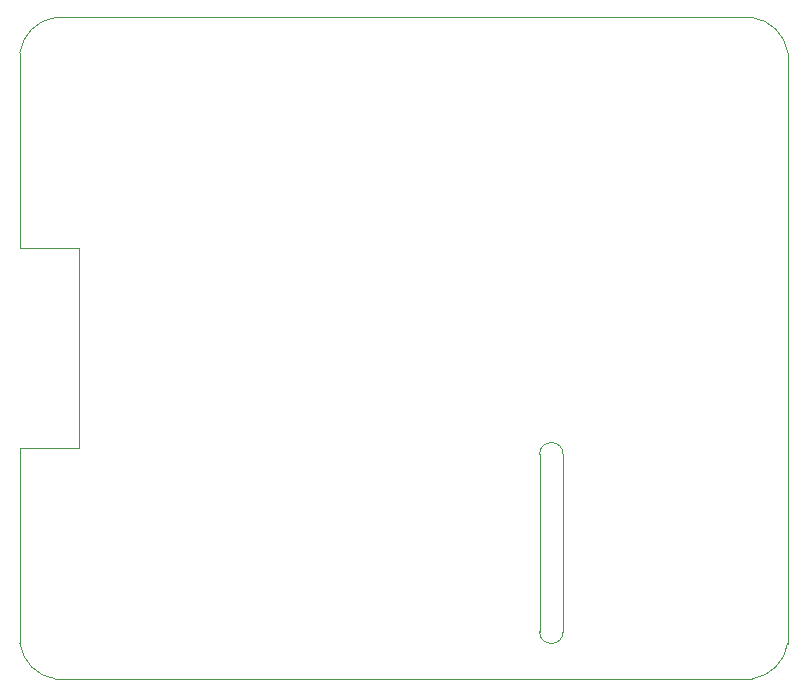
<source format=gbr>
G04 #@! TF.GenerationSoftware,KiCad,Pcbnew,(6.0.7)*
G04 #@! TF.CreationDate,2023-03-06T20:16:34-06:00*
G04 #@! TF.ProjectId,backpackbuddy_system,6261636b-7061-4636-9b62-756464795f73,rev?*
G04 #@! TF.SameCoordinates,Original*
G04 #@! TF.FileFunction,Profile,NP*
%FSLAX46Y46*%
G04 Gerber Fmt 4.6, Leading zero omitted, Abs format (unit mm)*
G04 Created by KiCad (PCBNEW (6.0.7)) date 2023-03-06 20:16:34*
%MOMM*%
%LPD*%
G01*
G04 APERTURE LIST*
G04 #@! TA.AperFunction,Profile*
%ADD10C,0.100000*%
G04 #@! TD*
G04 APERTURE END LIST*
D10*
X111023400Y-96494600D02*
X116001800Y-96494600D01*
X111022838Y-112998243D02*
X111023400Y-96494600D01*
X173009407Y-115995785D02*
X114010000Y-116000000D01*
X176036937Y-62995948D02*
X176009999Y-113030000D01*
X114010806Y-60005720D02*
X173010000Y-60000001D01*
X111023400Y-79502000D02*
X111010000Y-63000000D01*
X116001800Y-79502000D02*
X111023400Y-79502000D01*
X116001800Y-96494600D02*
X116001800Y-79502000D01*
X114010806Y-60005720D02*
G75*
G03*
X111010000Y-63000000I492394J-3494280D01*
G01*
X111022838Y-112998243D02*
G75*
G03*
X114010000Y-116000000I3480362J476243D01*
G01*
X173009407Y-115995785D02*
G75*
G03*
X176009999Y-113030000I-492607J3499185D01*
G01*
X176036937Y-62995948D02*
G75*
G03*
X173010000Y-60000001I-3520137J-529452D01*
G01*
X157010000Y-97000000D02*
X157010000Y-112000000D01*
X155010000Y-112000000D02*
G75*
G03*
X157010000Y-112000000I1000000J0D01*
G01*
X155010000Y-97000000D02*
X155010000Y-112000000D01*
X157010000Y-97000000D02*
G75*
G03*
X155010000Y-97000000I-1000000J0D01*
G01*
M02*

</source>
